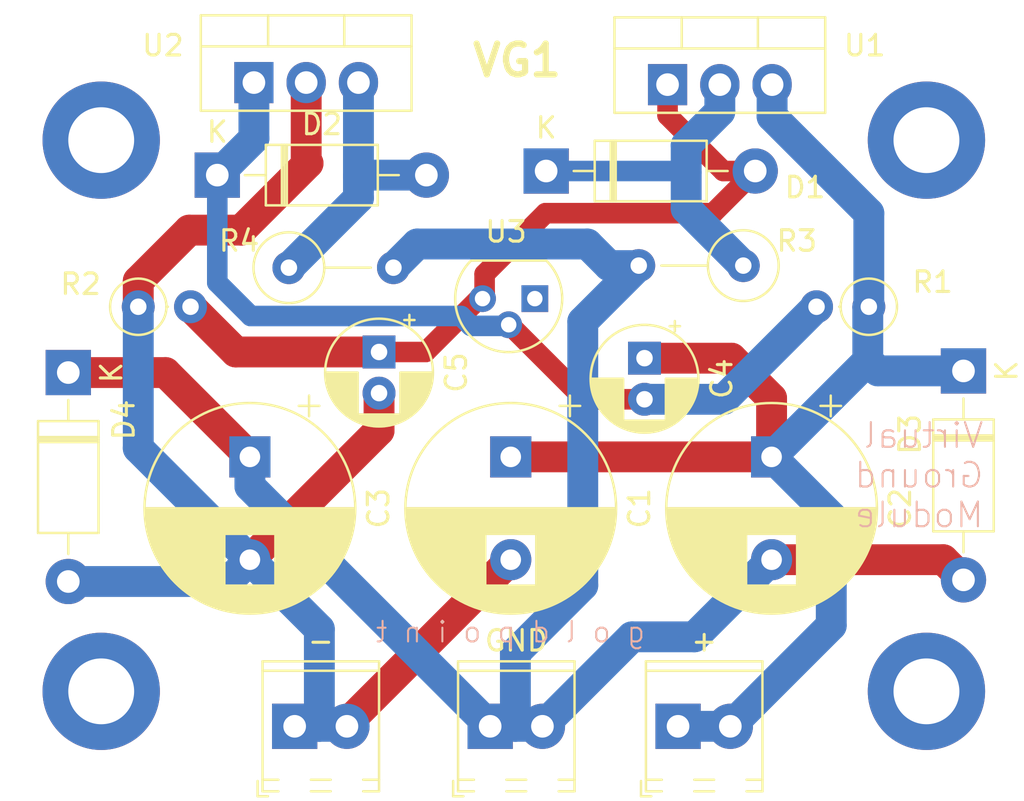
<source format=kicad_pcb>
(kicad_pcb (version 20240108) (generator "pcbnew") (generator_version "8.0")
  (layers (0 "F.Cu" signal) (31 "B.Cu" signal) (34 "B.Paste" user) (35 "F.Paste" user) (36 "B.SilkS" user "B.Silkscreen") (37 "F.SilkS" user "F.Silkscreen") (38 "B.Mask" user) (39 "F.Mask" user) (44 "Edge.Cuts" user))
  (net 0 "")
  (net 1 "VCC")
  (net 2 "VEE")
  (net 3 "GND")
  (net 4 "Net-(D2-K)")
  (net 5 "Net-(D1-A)")
  (net 6 "Net-(D1-K)")
  (net 7 "Net-(D2-A)")
  (footprint "TerminalBlock_Phoenix:TerminalBlock_Phoenix_MPT-0,5-2-2.54_1x02_P2.54mm_Horizontal" (layer "F.Cu") (at 76.43 76.6)
    (property "Reference" "+" (at 1.27 -4.16 0) (layer "F.SilkS"))
    (property "Value" "TerminalBlock_Phoenix_MPT-0,5-2-2.54_1x02_P2.54mm_Horizontal" (hide yes))
    (pad "" np_thru_hole circle (at 0 2.54) (size 1.1 1.1) (drill 1.1) (layers "*.Cu" "*.Mask"))
    (pad "" np_thru_hole circle (at 2.54 2.54) (size 1.1 1.1) (drill 1.1) (layers "*.Cu" "*.Mask"))
    (pad "1" thru_hole rect (at 0 0) (size 2.2 2.2) (drill 1.1) (layers "*.Cu" "*.Mask") (net 1 "VCC"))
    (pad "2" thru_hole circle (at 2.54 0) (size 2.2 2.2) (drill 1.1) (layers "*.Cu" "*.Mask") (net 1 "VCC"))
  )
  (footprint "Diode_THT:D_DO-41_SOD81_P10.16mm_Horizontal" (layer "F.Cu") (at 90.3 59.32 -90)
    (property "Reference" "D3" (at 3.08 2.6 90) (layer "F.SilkS"))
    (property "Value" "1N4002")
    (fp_text user "K" (at 0 -2.1 90) (layer "F.SilkS"))
    (pad "1" thru_hole rect (at 0 0 270) (size 2.2 2.2) (drill 1.1) (layers "*.Cu" "*.Mask") (net 1 "VCC"))
    (pad "2" thru_hole oval (at 10.16 0 270) (size 2.2 2.2) (drill 1.1) (layers "*.Cu" "*.Mask") (net 3 "GND"))
  )
  (footprint "Resistor_THT:R_Axial_DIN0207_L6.3mm_D2.5mm_P2.54mm_Vertical" (layer "F.Cu") (at 50.2 56.2)
    (property "Reference" "R2" (at -2.8 -1.1 0) (layer "F.SilkS"))
    (property "Value" "~")
    (pad "1" thru_hole circle (at 0 0) (size 1.6 1.6) (drill 0.8) (layers "*.Cu" "*.Mask") (net 2 "VEE"))
    (pad "2" thru_hole oval (at 2.54 0) (size 1.6 1.6) (drill 0.8) (layers "*.Cu" "*.Mask") (net 5 "Net-(D1-A)"))
  )
  (footprint "Capacitor_THT:CP_Radial_D5.0mm_P2.00mm" (layer "F.Cu") (at 61.9 58.4 -90)
    (property "Reference" "C5" (at 1 -3.75 90) (layer "F.SilkS"))
    (property "Value" "22µF")
    (pad "1" thru_hole rect (at 0 0 270) (size 1.6 1.6) (drill 0.8) (layers "*.Cu" "*.Mask") (net 5 "Net-(D1-A)"))
    (pad "2" thru_hole circle (at 2 0 270) (size 1.6 1.6) (drill 0.8) (layers "*.Cu" "*.Mask") (net 2 "VEE"))
  )
  (footprint "Capacitor_THT:CP_Radial_D10.0mm_P5.00mm" (layer "F.Cu") (at 80.975 63.5 -90)
    (property "Reference" "C2" (at 2.5 -6.25 90) (layer "F.SilkS"))
    (property "Value" "1000µF")
    (pad "1" thru_hole rect (at 0 0 270) (size 2 2) (drill 1) (layers "*.Cu" "*.Mask") (net 1 "VCC"))
    (pad "2" thru_hole circle (at 5 0 270) (size 2 2) (drill 1) (layers "*.Cu" "*.Mask") (net 3 "GND"))
  )
  (footprint "MountingHole:MountingHole_3.2mm_M3_ISO7380_Pad_TopBottom" (layer "F.Cu") (at 48.4 74.9)
    (property "Reference" "REF**" (hide yes))
    (property "Value" "MountingHole_3.2mm_M3_ISO7380_Pad_TopBottom" (hide yes))
    (pad "1" thru_hole circle (at 0 0) (size 3.6 3.6) (drill 3.2) (layers "*.Cu" "*.Mask"))
    (pad "1" connect circle (at 0 0) (size 5.7 5.7) (layers "F.Cu" "F.Mask"))
    (pad "1" connect circle (at 0 0) (size 5.7 5.7) (layers "B.Cu" "B.Mask"))
  )
  (footprint "Resistor_THT:R_Axial_DIN0309_L9.0mm_D3.2mm_P5.08mm_Vertical" (layer "F.Cu") (at 79.6 54.2 180)
    (property "Reference" "R3" (at -2.6 1.2 0) (layer "F.SilkS"))
    (property "Value" "1Ω")
    (pad "1" thru_hole circle (at 0 0 180) (size 1.6 1.6) (drill 0.8) (layers "*.Cu" "*.Mask") (net 6 "Net-(D1-K)"))
    (pad "2" thru_hole oval (at 5.08 0 180) (size 1.6 1.6) (drill 0.8) (layers "*.Cu" "*.Mask") (net 3 "GND"))
  )
  (footprint "Package_TO_SOT_THT:TO-92" (layer "F.Cu") (at 69.47 55.805 180)
    (property "Reference" "U3" (at 1.4 3.25 0) (layer "F.SilkS"))
    (property "Value" "LM336Z-2.5")
    (pad "1" thru_hole rect (at 0 0 180) (size 1.3 1.3) (drill 0.75) (layers "*.Cu" "*.Mask"))
    (pad "2" thru_hole circle (at 1.27 -1.27 180) (size 1.3 1.3) (drill 0.75) (layers "*.Cu" "*.Mask") (net 4 "Net-(D2-K)"))
    (pad "3" thru_hole circle (at 2.54 0 180) (size 1.3 1.3) (drill 0.75) (layers "*.Cu" "*.Mask") (net 5 "Net-(D1-A)"))
  )
  (footprint "TerminalBlock_Phoenix:TerminalBlock_Phoenix_MPT-0,5-2-2.54_1x02_P2.54mm_Horizontal" (layer "F.Cu") (at 57.8 76.6)
    (property "Reference" "-" (at 1.27 -4.16 0) (layer "F.SilkS"))
    (property "Value" "TerminalBlock_Phoenix_MPT-0,5-2-2.54_1x02_P2.54mm_Horizontal" (hide yes))
    (pad "" np_thru_hole circle (at 0 2.54) (size 1.1 1.1) (drill 1.1) (layers "*.Cu" "*.Mask"))
    (pad "" np_thru_hole circle (at 2.54 2.54) (size 1.1 1.1) (drill 1.1) (layers "*.Cu" "*.Mask"))
    (pad "1" thru_hole rect (at 0 0) (size 2.2 2.2) (drill 1.1) (layers "*.Cu" "*.Mask") (net 2 "VEE"))
    (pad "2" thru_hole circle (at 2.54 0) (size 2.2 2.2) (drill 1.1) (layers "*.Cu" "*.Mask") (net 2 "VEE"))
  )
  (footprint "MountingHole:MountingHole_3.2mm_M3_ISO7380_Pad_TopBottom" (layer "F.Cu") (at 48.4 48.1)
    (property "Reference" "REF**" (hide yes))
    (property "Value" "MountingHole_3.2mm_M3_ISO7380_Pad_TopBottom" (hide yes))
    (pad "1" thru_hole circle (at 0 0) (size 3.6 3.6) (drill 3.2) (layers "*.Cu" "*.Mask"))
    (pad "1" connect circle (at 0 0) (size 5.7 5.7) (layers "F.Cu" "F.Mask"))
    (pad "1" connect circle (at 0 0) (size 5.7 5.7) (layers "B.Cu" "B.Mask"))
  )
  (footprint "TerminalBlock_Phoenix:TerminalBlock_Phoenix_MPT-0,5-2-2.54_1x02_P2.54mm_Horizontal" (layer "F.Cu") (at 67.3 76.6)
    (property "Reference" "GND" (at 1.27 -4.16 0) (layer "F.SilkS"))
    (property "Value" "TerminalBlock_Phoenix_MPT-0,5-2-2.54_1x02_P2.54mm_Horizontal" (hide yes))
    (pad "" np_thru_hole circle (at 0 2.54) (size 1.1 1.1) (drill 1.1) (layers "*.Cu" "*.Mask"))
    (pad "" np_thru_hole circle (at 2.54 2.54) (size 1.1 1.1) (drill 1.1) (layers "*.Cu" "*.Mask"))
    (pad "1" thru_hole rect (at 0 0) (size 2.2 2.2) (drill 1.1) (layers "*.Cu" "*.Mask") (net 3 "GND"))
    (pad "2" thru_hole circle (at 2.54 0) (size 2.2 2.2) (drill 1.1) (layers "*.Cu" "*.Mask") (net 3 "GND"))
  )
  (footprint "Diode_THT:D_DO-41_SOD81_P10.16mm_Horizontal" (layer "F.Cu") (at 70.02 49.6)
    (property "Reference" "D1" (at 12.58 0.8 0) (layer "F.SilkS"))
    (property "Value" "1N4002")
    (fp_text user "K" (at 0 -2.1 0) (layer "F.SilkS"))
    (pad "1" thru_hole rect (at 0 0) (size 2.2 2.2) (drill 1.1) (layers "*.Cu" "*.Mask") (net 6 "Net-(D1-K)"))
    (pad "2" thru_hole oval (at 10.16 0) (size 2.2 2.2) (drill 1.1) (layers "*.Cu" "*.Mask") (net 5 "Net-(D1-A)"))
  )
  (footprint "Diode_THT:D_DO-41_SOD81_P10.16mm_Horizontal" (layer "F.Cu") (at 54.04 49.8)
    (property "Reference" "D2" (at 5.08 -2.47 0) (layer "F.SilkS"))
    (property "Value" "1N4002")
    (fp_text user "K" (at 0 -2.1 0) (layer "F.SilkS"))
    (pad "1" thru_hole rect (at 0 0) (size 2.2 2.2) (drill 1.1) (layers "*.Cu" "*.Mask") (net 4 "Net-(D2-K)"))
    (pad "2" thru_hole oval (at 10.16 0) (size 2.2 2.2) (drill 1.1) (layers "*.Cu" "*.Mask") (net 7 "Net-(D2-A)"))
  )
  (footprint "Capacitor_THT:CP_Radial_D10.0mm_P5.00mm" (layer "F.Cu") (at 55.625 63.5 -90)
    (property "Reference" "C3" (at 2.5 -6.25 90) (layer "F.SilkS"))
    (property "Value" "1000µF")
    (pad "1" thru_hole rect (at 0 0 270) (size 2 2) (drill 1) (layers "*.Cu" "*.Mask") (net 3 "GND"))
    (pad "2" thru_hole circle (at 5 0 270) (size 2 2) (drill 1) (layers "*.Cu" "*.Mask") (net 2 "VEE"))
  )
  (footprint "Capacitor_THT:CP_Radial_D10.0mm_P5.00mm" (layer "F.Cu") (at 68.3 63.5 -90)
    (property "Reference" "C1" (at 2.5 -6.25 90) (layer "F.SilkS"))
    (property "Value" "470µF")
    (pad "1" thru_hole rect (at 0 0 270) (size 2 2) (drill 1) (layers "*.Cu" "*.Mask") (net 1 "VCC"))
    (pad "2" thru_hole circle (at 5 0 270) (size 2 2) (drill 1) (layers "*.Cu" "*.Mask") (net 2 "VEE"))
  )
  (footprint "MountingHole:MountingHole_3.2mm_M3_ISO7380_Pad_TopBottom" (layer "F.Cu") (at 88.5 74.9)
    (property "Reference" "REF**" (hide yes))
    (property "Value" "MountingHole_3.2mm_M3_ISO7380_Pad_TopBottom" (hide yes))
    (pad "1" thru_hole circle (at 0 0) (size 3.6 3.6) (drill 3.2) (layers "*.Cu" "*.Mask"))
    (pad "1" connect circle (at 0 0) (size 5.7 5.7) (layers "F.Cu" "F.Mask"))
    (pad "1" connect circle (at 0 0) (size 5.7 5.7) (layers "B.Cu" "B.Mask"))
  )
  (footprint "Capacitor_THT:CP_Radial_D5.0mm_P2.00mm" (layer "F.Cu") (at 74.8 58.7 -90)
    (property "Reference" "C4" (at 1 -3.75 90) (layer "F.SilkS"))
    (property "Value" "22µF")
    (pad "1" thru_hole rect (at 0 0 270) (size 1.6 1.6) (drill 0.8) (layers "*.Cu" "*.Mask") (net 1 "VCC"))
    (pad "2" thru_hole circle (at 2 0 270) (size 1.6 1.6) (drill 0.8) (layers "*.Cu" "*.Mask") (net 4 "Net-(D2-K)"))
  )
  (footprint "Diode_THT:D_DO-41_SOD81_P10.16mm_Horizontal" (layer "F.Cu") (at 46.8 59.4 -90)
    (property "Reference" "D4" (at 2.3 -2.7 90) (layer "F.SilkS"))
    (property "Value" "1N4002")
    (fp_text user "K" (at 0 -2.1 90) (layer "F.SilkS"))
    (pad "1" thru_hole rect (at 0 0 270) (size 2.2 2.2) (drill 1.1) (layers "*.Cu" "*.Mask") (net 3 "GND"))
    (pad "2" thru_hole oval (at 10.16 0 270) (size 2.2 2.2) (drill 1.1) (layers "*.Cu" "*.Mask") (net 2 "VEE"))
  )
  (footprint "Resistor_THT:R_Axial_DIN0309_L9.0mm_D3.2mm_P5.08mm_Vertical" (layer "F.Cu") (at 57.52 54.3)
    (property "Reference" "R4" (at -2.42 -1.3 0) (layer "F.SilkS"))
    (property "Value" "1Ω")
    (pad "1" thru_hole circle (at 0 0) (size 1.6 1.6) (drill 0.8) (layers "*.Cu" "*.Mask") (net 7 "Net-(D2-A)"))
    (pad "2" thru_hole oval (at 5.08 0) (size 1.6 1.6) (drill 0.8) (layers "*.Cu" "*.Mask") (net 3 "GND"))
  )
  (footprint "Package_TO_SOT_THT:TO-220-3_Vertical" (layer "F.Cu") (at 75.92 45.4)
    (property "Reference" "U1" (at 9.58 -1.9 0) (layer "F.SilkS"))
    (property "Value" "LM317_TO-220")
    (pad "1" thru_hole rect (at 0 0) (size 1.905 2) (drill 1.1) (layers "*.Cu" "*.Mask") (net 5 "Net-(D1-A)"))
    (pad "2" thru_hole oval (at 2.54 0) (size 1.905 2) (drill 1.1) (layers "*.Cu" "*.Mask") (net 6 "Net-(D1-K)"))
    (pad "3" thru_hole oval (at 5.08 0) (size 1.905 2) (drill 1.1) (layers "*.Cu" "*.Mask") (net 1 "VCC"))
  )
  (footprint "Resistor_THT:R_Axial_DIN0207_L6.3mm_D2.5mm_P2.54mm_Vertical" (layer "F.Cu") (at 85.7 56.2 180)
    (property "Reference" "R1" (at -3.1 1.2 0) (layer "F.SilkS"))
    (property "Value" "~")
    (pad "1" thru_hole circle (at 0 0 180) (size 1.6 1.6) (drill 0.8) (layers "*.Cu" "*.Mask") (net 1 "VCC"))
    (pad "2" thru_hole oval (at 2.54 0 180) (size 1.6 1.6) (drill 0.8) (layers "*.Cu" "*.Mask") (net 4 "Net-(D2-K)"))
  )
  (footprint "Package_TO_SOT_THT:TO-220-3_Vertical" (layer "F.Cu") (at 55.82 45.3)
    (property "Reference" "U2" (at -4.42 -1.8 0) (layer "F.SilkS"))
    (property "Value" "LM337_TO220")
    (pad "1" thru_hole rect (at 0 0) (size 1.905 2) (drill 1.1) (layers "*.Cu" "*.Mask") (net 4 "Net-(D2-K)"))
    (pad "2" thru_hole oval (at 2.54 0) (size 1.905 2) (drill 1.1) (layers "*.Cu" "*.Mask") (net 2 "VEE"))
    (pad "3" thru_hole oval (at 5.08 0) (size 1.905 2) (drill 1.1) (layers "*.Cu" "*.Mask") (net 7 "Net-(D2-A)"))
  )
  (footprint "MountingHole:MountingHole_3.2mm_M3_ISO7380_Pad_TopBottom" (layer "F.Cu") (at 88.5 48.1)
    (property "Reference" "REF**" (hide yes))
    (property "Value" "MountingHole_3.2mm_M3_ISO7380_Pad_TopBottom" (hide yes))
    (pad "1" thru_hole circle (at 0 0) (size 3.6 3.6) (drill 3.2) (layers "*.Cu" "*.Mask"))
    (pad "1" connect circle (at 0 0) (size 5.7 5.7) (layers "F.Cu" "F.Mask"))
    (pad "1" connect circle (at 0 0) (size 5.7 5.7) (layers "B.Cu" "B.Mask"))
  )
  (gr_text "Virtual\nGround\nModule" (at 91.35 67.025 0) (layer "B.SilkS") (effects (font (size 1.2 1.2) (thickness 0.1)) (justify left bottom mirror)))
  (gr_text "g o l d p o i n t" (at 74.9 72.6 0) (layer "B.SilkS") (effects (font (size 1 1) (thickness 0.1)) (justify left bottom mirror)))
  (gr_text "VG1" (at 66.3 45.1 0) (layer "F.SilkS") (effects (font (size 1.5 1.5) (thickness 0.3) (bold yes)) (justify left bottom)))
  (segment (start 80.975 63.5) (end 80.975 60.65) (width 1.5) (layer "F.Cu") (net 1))
  (segment (start 68.3 63.5) (end 80.975 63.5) (width 1.5) (layer "F.Cu") (net 1))
  (segment (start 80.975 60.65) (end 79.025 58.7) (width 1.5) (layer "F.Cu") (net 1))
  (segment (start 79.025 58.7) (end 74.8 58.7) (width 1.5) (layer "F.Cu") (net 1))
  (segment (start 78.97 76.6) (end 83.875 71.695) (width 1.5) (layer "B.Cu") (net 1))
  (segment (start 76.43 76.6) (end 78.97 76.6) (width 1.5) (layer "B.Cu") (net 1))
  (segment (start 90.3 59.32) (end 86.145 59.32) (width 1.5) (layer "B.Cu") (net 1))
  (segment (start 85.7 56.2) (end 85.7 51.65) (width 1.5) (layer "B.Cu") (net 1))
  (segment (start 85.7 51.65) (end 81 46.95) (width 1.5) (layer "B.Cu") (net 1))
  (segment (start 81 46.95) (end 81 45.4) (width 1.5) (layer "B.Cu") (net 1))
  (segment (start 85.65 58.825) (end 85.65 56.25) (width 1.5) (layer "B.Cu") (net 1))
  (segment (start 83.875 71.695) (end 83.875 66.4) (width 1.5) (layer "B.Cu") (net 1))
  (segment (start 86.145 59.32) (end 85.65 58.825) (width 1.5) (layer "B.Cu") (net 1))
  (segment (start 83.875 66.4) (end 80.975 63.5) (width 1.5) (layer "B.Cu") (net 1))
  (segment (start 85.65 56.25) (end 85.7 56.2) (width 1.5) (layer "B.Cu") (net 1))
  (segment (start 80.975 63.5) (end 85.65 58.825) (width 1.5) (layer "B.Cu") (net 1))
  (segment (start 55.2 52.475) (end 58.45 49.225) (width 1.5) (layer "F.Cu") (net 2))
  (segment (start 61.9 60.4) (end 61.9 62.225) (width 1.5) (layer "F.Cu") (net 2))
  (segment (start 60.34 76.46) (end 68.3 68.5) (width 1.5) (layer "F.Cu") (net 2))
  (segment (start 52.675 52.475) (end 55.2 52.475) (width 1.5) (layer "F.Cu") (net 2))
  (segment (start 50.2 56.2) (end 50.2 54.95) (width 1.5) (layer "F.Cu") (net 2))
  (segment (start 58.45 49.225) (end 58.36 49.135) (width 1.5) (layer "F.Cu") (net 2))
  (segment (start 58.36 49.135) (end 58.36 45.3) (width 1.5) (layer "F.Cu") (net 2))
  (segment (start 50.2 54.95) (end 52.675 52.475) (width 1.5) (layer "F.Cu") (net 2))
  (segment (start 60.34 76.6) (end 60.34 76.46) (width 1.5) (layer "F.Cu") (net 2))
  (segment (start 61.9 62.225) (end 55.625 68.5) (width 1.5) (layer "F.Cu") (net 2))
  (segment (start 59 76.6) (end 57.8 76.6) (width 1.5) (layer "B.Cu") (net 2))
  (segment (start 46.8 69.56) (end 54.565 69.56) (width 1.5) (layer "B.Cu") (net 2))
  (segment (start 50.2 56.2) (end 50.2 63.075) (width 1.5) (layer "B.Cu") (net 2))
  (segment (start 59 71.875) (end 55.625 68.5) (width 1.5) (layer "B.Cu") (net 2))
  (segment (start 60.34 76.6) (end 59 76.6) (width 1.5) (layer "B.Cu") (net 2))
  (segment (start 59 76.6) (end 59 71.875) (width 1.5) (layer "B.Cu") (net 2))
  (segment (start 54.565 69.56) (end 55.625 68.5) (width 1.5) (layer "B.Cu") (net 2))
  (segment (start 50.2 63.075) (end 55.625 68.5) (width 1.5) (layer "B.Cu") (net 2))
  (segment (start 55.625 63.5) (end 51.525 59.4) (width 1.5) (layer "F.Cu") (net 3))
  (segment (start 89.32 68.5) (end 90.3 69.48) (width 1.5) (layer "F.Cu") (net 3))
  (segment (start 51.525 59.4) (end 46.8 59.4) (width 1.5) (layer "F.Cu") (net 3))
  (segment (start 80.975 68.5) (end 89.32 68.5) (width 1.5) (layer "F.Cu") (net 3))
  (segment (start 63.75 53.15) (end 72.025 53.15) (width 1.5) (layer "B.Cu") (net 3))
  (segment (start 74.19 72.25) (end 77.225 72.25) (width 1.5) (layer "B.Cu") (net 3))
  (segment (start 62.6 54.3) (end 63.75 53.15) (width 1.5) (layer "B.Cu") (net 3))
  (segment (start 72.025 53.15) (end 73.075 54.2) (width 1.5) (layer "B.Cu") (net 3))
  (segment (start 67.3 76.6) (end 68.525 76.6) (width 1.5) (layer "B.Cu") (net 3))
  (segment (start 69.84 76.6) (end 74.19 72.25) (width 1.5) (layer "B.Cu") (net 3))
  (segment (start 68.525 73.025) (end 71.8 69.75) (width 1.5) (layer "B.Cu") (net 3))
  (segment (start 67.3 76.6) (end 55.625 64.925) (width 1.5) (layer "B.Cu") (net 3))
  (segment (start 68.525 76.6) (end 69.84 76.6) (width 1.5) (layer "B.Cu") (net 3))
  (segment (start 73.075 54.2) (end 74.52 54.2) (width 1.5) (layer "B.Cu") (net 3))
  (segment (start 77.225 72.25) (end 80.975 68.5) (width 1.5) (layer "B.Cu") (net 3))
  (segment (start 71.8 69.75) (end 71.8 56.92) (width 1.5) (layer "B.Cu") (net 3))
  (segment (start 68.525 76.6) (end 68.525 73.025) (width 1.5) (layer "B.Cu") (net 3))
  (segment (start 71.8 56.92) (end 74.52 54.2) (width 1.5) (layer "B.Cu") (net 3))
  (segment (start 55.625 64.925) (end 55.625 63.5) (width 1.5) (layer "B.Cu") (net 3))
  (segment (start 74.8 60.7) (end 71.87 60.7) (width 1) (layer "F.Cu") (net 4))
  (segment (start 71.87 60.7) (end 68.3 57.13) (width 1) (layer "F.Cu") (net 4))
  (segment (start 54.04 55.025126) (end 55.664874 56.65) (width 1) (layer "B.Cu") (net 4))
  (segment (start 54.04 49.8) (end 54.04 55.025126) (width 1) (layer "B.Cu") (net 4))
  (segment (start 83.16 56.2) (end 78.66 60.7) (width 1.5) (layer "B.Cu") (net 4))
  (segment (start 66.367258 57.13) (end 68.3 57.13) (width 1) (layer "B.Cu") (net 4))
  (segment (start 55.82 45.3) (end 55.82 48.02) (width 1.5) (layer "B.Cu") (net 4))
  (segment (start 55.664874 56.65) (end 65.887258 56.65) (width 1) (layer "B.Cu") (net 4))
  (segment (start 55.82 48.02) (end 54.04 49.8) (width 1.5) (layer "B.Cu") (net 4))
  (segment (start 78.66 60.7) (end 74.8 60.7) (width 1.5) (layer "B.Cu") (net 4))
  (segment (start 65.887258 56.65) (end 66.367258 57.13) (width 1) (layer "B.Cu") (net 4))
  (segment (start 64.16 58.4) (end 67.03 55.53) (width 1) (layer "F.Cu") (net 5))
  (segment (start 75.92 46.895634) (end 75.92 45.4) (width 1) (layer "F.Cu") (net 5))
  (segment (start 61.9 58.4) (end 64.16 58.4) (width 1) (layer "F.Cu") (net 5))
  (segment (start 78.624366 49.6) (end 75.92 46.895634) (width 1) (layer "F.Cu") (net 5))
  (segment (start 80.18 49.6) (end 78.624366 49.6) (width 1) (layer "F.Cu") (net 5))
  (segment (start 54.94 58.4) (end 52.74 56.2) (width 1.5) (layer "F.Cu") (net 5))
  (segment (start 67.03 55.53) (end 67.03 54.610762) (width 1) (layer "F.Cu") (net 5))
  (segment (start 67.03 54.610762) (end 69.990762 51.65) (width 1) (layer "F.Cu") (net 5))
  (segment (start 78.13 51.65) (end 80.18 49.6) (width 1) (layer "F.Cu") (net 5))
  (segment (start 69.990762 51.65) (end 78.13 51.65) (width 1) (layer "F.Cu") (net 5))
  (segment (start 61.9 58.4) (end 54.94 58.4) (width 1.5) (layer "F.Cu") (net 5))
  (segment (start 76.825 49.675) (end 76.825 51.425) (width 1.5) (layer "B.Cu") (net 6))
  (segment (start 76.825 48.3475) (end 76.825 49.675) (width 1.5) (layer "B.Cu") (net 6))
  (segment (start 76.825 51.425) (end 79.6 54.2) (width 1.5) (layer "B.Cu") (net 6))
  (segment (start 78.46 46.7125) (end 76.825 48.3475) (width 1.5) (layer "B.Cu") (net 6))
  (segment (start 78.46 45.4) (end 78.46 46.7125) (width 1.5) (layer "B.Cu") (net 6))
  (segment (start 70.02 49.6) (end 76.75 49.6) (width 1) (layer "B.Cu") (net 6))
  (segment (start 76.75 49.6) (end 76.825 49.675) (width 1) (layer "B.Cu") (net 6))
  (segment (start 60.9 49.85) (end 60.9 50.92) (width 1.5) (layer "B.Cu") (net 7))
  (segment (start 64.2 49.8) (end 60.95 49.8) (width 1.5) (layer "B.Cu") (net 7))
  (segment (start 60.95 49.8) (end 60.9 49.85) (width 1.5) (layer "B.Cu") (net 7))
  (segment (start 60.9 50.92) (end 57.52 54.3) (width 1.5) (layer "B.Cu") (net 7))
  (segment (start 60.9 45.3) (end 60.9 49.85) (width 1.5) (layer "B.Cu") (net 7))
)
</source>
